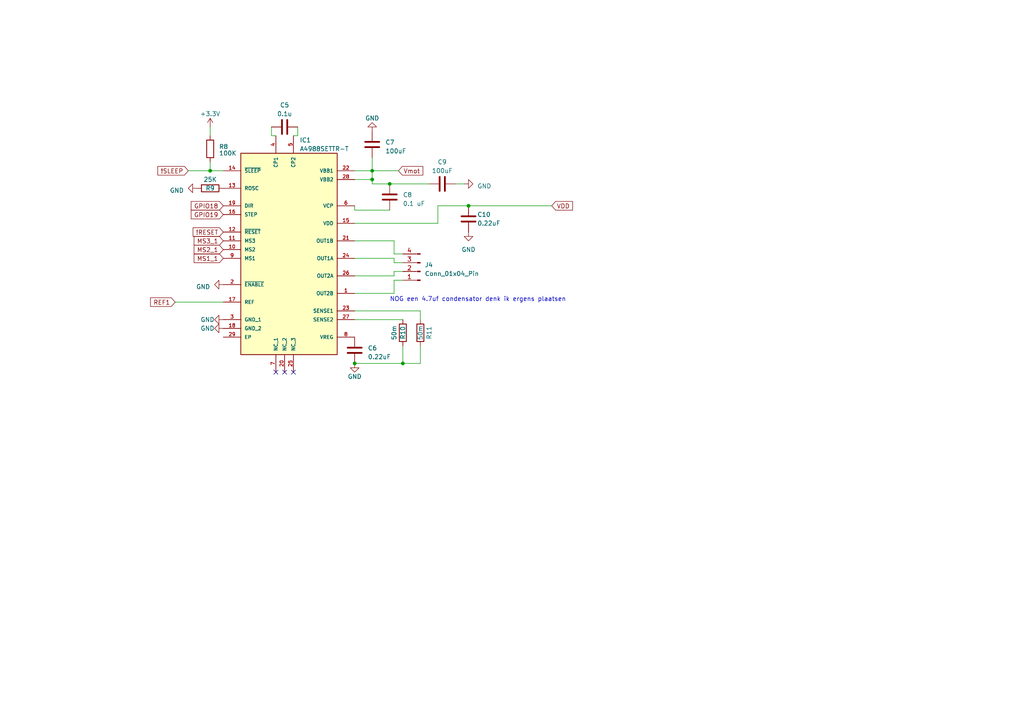
<source format=kicad_sch>
(kicad_sch (version 20230121) (generator eeschema)
  (paper "A4")
  (lib_symbols
    (symbol "A4988SETTR-T_1" (pin_names (offset 1.016))
      (property "Reference" "IC" (at -16.51 30.48 0))
      (property "Value" "A4988SETTR-T" (at -16.51 -33.02 0))
      (symbol "A4988SETTR-T_1_0_0"
        (rectangle (start -15.24 -30.48) (end 12.7 27.94) (stroke (width 0.254)) (fill (type background)))
        (pin bidirectional line (at 17.78 -12.7 180) (length 5.08) (name "OUT2B") (number "1"))
        (pin bidirectional line (at -20.32 0 0) (length 5.08) (name "MS2") (number "10"))
        (pin bidirectional line (at -20.32 2.54 0) (length 5.08) (name "MS3") (number "11"))
        (pin bidirectional line (at -20.32 5.08 0) (length 5.08) (name "~{RESET}") (number "12"))
        (pin bidirectional line (at -20.32 17.78 0) (length 5.08) (name "ROSC") (number "13"))
        (pin bidirectional line (at -20.32 22.86 0) (length 5.08) (name "~{SLEEP}") (number "14"))
        (pin bidirectional line (at 17.78 7.62 180) (length 5.08) (name "VDD") (number "15"))
        (pin bidirectional line (at -20.32 10.16 0) (length 5.08) (name "STEP") (number "16"))
        (pin bidirectional line (at -20.32 -15.24 0) (length 5.08) (name "REF") (number "17"))
        (pin bidirectional line (at -20.32 -22.86 0) (length 5.08) (name "GND_2") (number "18"))
        (pin bidirectional line (at -20.32 12.7 0) (length 5.08) (name "DIR") (number "19"))
        (pin bidirectional line (at -20.32 -10.16 0) (length 5.08) (name "~{ENABLE}") (number "2"))
        (pin bidirectional line (at -2.54 -35.56 90) (length 5.08) (name "NC_2") (number "20"))
        (pin bidirectional line (at 17.78 2.54 180) (length 5.08) (name "OUT1B") (number "21"))
        (pin bidirectional line (at 17.78 22.86 180) (length 5.08) (name "VBB1") (number "22"))
        (pin bidirectional line (at 17.78 -17.78 180) (length 5.08) (name "SENSE1") (number "23"))
        (pin bidirectional line (at 17.78 -2.54 180) (length 5.08) (name "OUT1A") (number "24"))
        (pin bidirectional line (at 0 -35.56 90) (length 5.08) (name "NC_3") (number "25"))
        (pin bidirectional line (at 17.78 -7.62 180) (length 5.08) (name "OUT2A") (number "26"))
        (pin bidirectional line (at 17.78 -20.32 180) (length 5.08) (name "SENSE2") (number "27"))
        (pin bidirectional line (at 17.78 20.32 180) (length 5.08) (name "VBB2") (number "28"))
        (pin bidirectional line (at -20.32 -25.4 0) (length 5.08) (name "EP") (number "29"))
        (pin bidirectional line (at -20.32 -20.32 0) (length 5.08) (name "GND_1") (number "3"))
        (pin bidirectional line (at -5.08 33.02 270) (length 5.08) (name "CP1") (number "4"))
        (pin bidirectional line (at 0 33.02 270) (length 5.08) (name "CP2") (number "5"))
        (pin bidirectional line (at 17.78 12.7 180) (length 5.08) (name "VCP") (number "6"))
        (pin bidirectional line (at -5.08 -35.56 90) (length 5.08) (name "NC_1") (number "7"))
        (pin bidirectional line (at 17.78 -25.4 180) (length 5.08) (name "VREG") (number "8"))
        (pin bidirectional line (at -20.32 -2.54 0) (length 5.08) (name "MS1") (number "9"))
      )
    )
    (symbol "Connector:Conn_01x04_Pin" (pin_names (offset 1.016) hide)
      (property "Reference" "J" (at 0 5.08 0))
      (property "Value" "Conn_01x04_Pin" (at 0 -7.62 0))
      (symbol "Conn_01x04_Pin_1_1"
        (polyline (pts (xy 1.27 -5.08) (xy 0.8636 -5.08)) (stroke (width 0.1524)))
        (polyline (pts (xy 1.27 -2.54) (xy 0.8636 -2.54)) (stroke (width 0.1524)))
        (polyline (pts (xy 1.27 0) (xy 0.8636 0)) (stroke (width 0.1524)))
        (polyline (pts (xy 1.27 2.54) (xy 0.8636 2.54)) (stroke (width 0.1524)))
        (rectangle (start 0.8636 -4.953) (end 0 -5.207) (stroke (width 0.1524)) (fill (type outline)))
        (rectangle (start 0.8636 -2.413) (end 0 -2.667) (stroke (width 0.1524)) (fill (type outline)))
        (rectangle (start 0.8636 0.127) (end 0 -0.127) (stroke (width 0.1524)) (fill (type outline)))
        (rectangle (start 0.8636 2.667) (end 0 2.413) (stroke (width 0.1524)) (fill (type outline)))
        (pin passive line (at 5.08 2.54 180) (length 3.81) (name "Pin_1") (number "1"))
        (pin passive line (at 5.08 0 180) (length 3.81) (name "Pin_2") (number "2"))
        (pin passive line (at 5.08 -2.54 180) (length 3.81) (name "Pin_3") (number "3"))
        (pin passive line (at 5.08 -5.08 180) (length 3.81) (name "Pin_4") (number "4"))
      )
    )
    (symbol "Device:C" (pin_numbers hide) (pin_names (offset 0.254))
      (property "Reference" "C" (at 0.635 2.54 0))
      (property "Value" "C" (at 0.635 -2.54 0))
      (symbol "C_0_1"
        (polyline (pts (xy -2.032 -0.762) (xy 2.032 -0.762)) (stroke (width 0.508)))
        (polyline (pts (xy -2.032 0.762) (xy 2.032 0.762)) (stroke (width 0.508)))
      )
      (symbol "C_1_1"
        (pin passive line (at 0 3.81 270) (length 2.794) (name "~") (number "1"))
        (pin passive line (at 0 -3.81 90) (length 2.794) (name "~") (number "2"))
      )
    )
    (symbol "Device:R" (pin_numbers hide) (pin_names (offset 0))
      (property "Reference" "R" (at 2.032 0 90))
      (property "Value" "R" (at 0 0 90))
      (symbol "R_0_1"
        (rectangle (start -1.016 -2.54) (end 1.016 2.54) (stroke (width 0.254)))
      )
      (symbol "R_1_1"
        (pin passive line (at 0 3.81 270) (length 1.27) (name "~") (number "1"))
        (pin passive line (at 0 -3.81 90) (length 1.27) (name "~") (number "2"))
      )
    )
    (symbol "power:+3.3V" (power) (pin_names (offset 0))
      (property "Value" "+3.3V" (at 0 3.556 0))
      (symbol "+3.3V_0_1"
        (polyline (pts (xy -0.762 1.27) (xy 0 2.54)))
        (polyline (pts (xy 0 0) (xy 0 2.54)))
        (polyline (pts (xy 0 2.54) (xy 0.762 1.27)))
      )
      (symbol "+3.3V_1_1"
        (pin power_in line (at 0 0 90) (length 0) hide (name "+3.3V") (number "1"))
      )
    )
    (symbol "power:GND" (power) (pin_names (offset 0))
      (property "Value" "GND" (at 0 -3.81 0))
      (symbol "GND_0_1"
        (polyline (pts (xy 0 0) (xy 0 -1.27) (xy 1.27 -1.27) (xy 0 -2.54) (xy -1.27 -1.27) (xy 0 -1.27)))
      )
      (symbol "GND_1_1"
        (pin power_in line (at 0 0 270) (length 0) hide (name "GND") (number "1"))
      )
    )
  )
  (junction (at 107.95 49.53))
  (junction (at 116.84 105.41))
  (junction (at 102.87 105.41))
  (junction (at 60.96 49.53))
  (junction (at 107.95 52.07))
  (junction (at 113.03 53.34))
  (junction (at 135.89 59.69))
  (no_connect (at 80.01 107.95))
  (no_connect (at 85.09 107.95))
  (no_connect (at 82.55 107.95))
  (wire (pts (xy 102.87 60.96) (xy 113.03 60.96)))
  (wire (pts (xy 114.3 76.2) (xy 116.84 76.2)))
  (wire (pts (xy 127 64.77) (xy 102.87 64.77)))
  (wire (pts (xy 102.87 85.09) (xy 114.3 85.09)))
  (wire (pts (xy 127 59.69) (xy 135.89 59.69)))
  (wire (pts (xy 60.96 36.83) (xy 60.96 39.37)))
  (wire (pts (xy 107.95 52.07) (xy 107.95 53.34)))
  (wire (pts (xy 102.87 52.07) (xy 107.95 52.07)))
  (wire (pts (xy 127 59.69) (xy 127 64.77)))
  (wire (pts (xy 121.92 92.71) (xy 121.92 90.17)))
  (wire (pts (xy 78.74 39.37) (xy 80.01 39.37)))
  (wire (pts (xy 121.92 100.33) (xy 121.92 105.41)))
  (wire (pts (xy 60.96 46.99) (xy 60.96 49.53)))
  (wire (pts (xy 114.3 78.74) (xy 116.84 78.74)))
  (wire (pts (xy 102.87 60.96) (xy 102.87 59.69)))
  (wire (pts (xy 116.84 105.41) (xy 121.92 105.41)))
  (wire (pts (xy 78.74 39.37) (xy 78.74 36.83)))
  (wire (pts (xy 114.3 85.09) (xy 114.3 81.28)))
  (wire (pts (xy 107.95 49.53) (xy 107.95 52.07)))
  (wire (pts (xy 102.87 80.01) (xy 114.3 80.01)))
  (wire (pts (xy 113.03 53.34) (xy 124.46 53.34)))
  (wire (pts (xy 116.84 92.71) (xy 102.87 92.71)))
  (wire (pts (xy 86.36 39.37) (xy 86.36 36.83)))
  (wire (pts (xy 107.95 49.53) (xy 115.57 49.53)))
  (wire (pts (xy 54.61 49.53) (xy 60.96 49.53)))
  (wire (pts (xy 102.87 49.53) (xy 107.95 49.53)))
  (wire (pts (xy 107.95 45.72) (xy 107.95 49.53)))
  (wire (pts (xy 50.8 87.63) (xy 64.77 87.63)))
  (wire (pts (xy 114.3 80.01) (xy 114.3 78.74)))
  (wire (pts (xy 114.3 81.28) (xy 116.84 81.28)))
  (wire (pts (xy 132.08 53.34) (xy 134.62 53.34)))
  (wire (pts (xy 102.87 69.85) (xy 114.3 69.85)))
  (wire (pts (xy 114.3 74.93) (xy 102.87 74.93)))
  (wire (pts (xy 85.09 39.37) (xy 86.36 39.37)))
  (wire (pts (xy 60.96 49.53) (xy 64.77 49.53)))
  (wire (pts (xy 116.84 105.41) (xy 102.87 105.41)))
  (wire (pts (xy 116.84 100.33) (xy 116.84 105.41)))
  (wire (pts (xy 114.3 73.66) (xy 116.84 73.66)))
  (wire (pts (xy 114.3 69.85) (xy 114.3 73.66)))
  (wire (pts (xy 114.3 76.2) (xy 114.3 74.93)))
  (wire (pts (xy 107.95 53.34) (xy 113.03 53.34)))
  (wire (pts (xy 135.89 59.69) (xy 160.02 59.69)))
  (wire (pts (xy 121.92 90.17) (xy 102.87 90.17)))
  (text "NOG een 4.7uf condensator denk ik ergens plaatsen\n" (at 113.03 87.63 0) (effects (font (size 1.27 1.27)) (justify left bottom)))
  (global_label "GPIO18" (shape input) (at 64.77 59.69 180) (property "Intersheetrefs" "${INTERSHEET_REFS}" (effects hide)))
  (global_label "MS3_1" (shape input) (at 64.77 69.85 180) (property "Intersheetrefs" "${INTERSHEET_REFS}" (effects hide)))
  (global_label "!RESET" (shape input) (at 64.77 67.31 180) (property "Intersheetrefs" "${INTERSHEET_REFS}" (effects hide)))
  (global_label "MS2_1" (shape input) (at 64.77 72.39 180) (property "Intersheetrefs" "${INTERSHEET_REFS}" (effects hide)))
  (global_label "!SLEEP" (shape input) (at 54.61 49.53 180) (property "Intersheetrefs" "${INTERSHEET_REFS}" (effects hide)))
  (global_label "GPIO19" (shape input) (at 64.77 62.23 180) (property "Intersheetrefs" "${INTERSHEET_REFS}" (effects hide)))
  (global_label "MS1_1" (shape input) (at 64.77 74.93 180) (property "Intersheetrefs" "${INTERSHEET_REFS}" (effects hide)))
  (global_label "REF1" (shape input) (at 50.8 87.63 180) (property "Intersheetrefs" "${INTERSHEET_REFS}" (effects hide)))
  (global_label "VDD" (shape input) (at 160.02 59.69 0) (property "Intersheetrefs" "${INTERSHEET_REFS}" (effects hide)))
  (global_label "Vmot" (shape input) (at 115.57 49.53 0) (property "Intersheetrefs" "${INTERSHEET_REFS}" (effects hide)))
  (symbol (lib_id "Device:C") (at 128.27 53.34 90) (unit 1)
    (property "Reference" "C9" (at 128.27 46.99 90))
    (property "Value" "100uF" (at 128.27 49.53 90))
    (instances (project "PCB_evenwicht" (path "" (reference "C9") (unit 1)) (path "" (reference "C9") (unit 1))) (project "a4988" (path "" (reference "C?") (unit 1))))
  )
  (symbol (lib_id "power:GND") (at 134.62 53.34 90) (unit 1)
    (property "Reference" "#PWR036" (effects hide))
    (property "Value" "GND" (at 138.43 53.975 90) (effects (justify right)))
    (instances (project "PCB_evenwicht" (path "" (reference "#PWR036") (unit 1)) (path "" (reference "#PWR036") (unit 1))) (project "a4988" (path "" (reference "#PWR?") (unit 1))))
  )
  (symbol (lib_id "Device:C") (at 135.89 63.5 0) (unit 1)
    (property "Reference" "C10" (at 138.43 62.23 0) (effects (justify left)))
    (property "Value" "0.22uF" (at 138.43 64.77 0) (effects (justify left)))
    (instances (project "PCB_evenwicht" (path "" (reference "C10") (unit 1)) (path "" (reference "C10") (unit 1))) (project "a4988" (path "" (reference "C?") (unit 1))))
  )
  (symbol (lib_id "power:GND") (at 102.87 105.41 0) (unit 1)
    (property "Reference" "#PWR032" (effects hide))
    (property "Value" "GND" (at 102.87 109.22 0))
    (instances (project "PCB_evenwicht" (path "" (reference "#PWR032") (unit 1)) (path "" (reference "#PWR032") (unit 1))) (project "a4988" (path "" (reference "#PWR?") (unit 1))))
  )
  (symbol (lib_id "Connector:Conn_01x04_Pin") (at 121.92 78.74 180) (unit 1)
    (property "Reference" "J4" (at 123.19 76.835 0) (effects (justify right)))
    (property "Value" "Conn_01x04_Pin" (at 123.19 79.375 0) (effects (justify right)))
    (property "Footprint" "Connector_PinHeader_2.54mm:PinHeader_1x04_P2.54mm_Vertical" (effects hide))
  )
  (symbol (lib_id "power:GND") (at 64.77 92.71 270) (unit 1)
    (property "Reference" "#PWR030" (effects hide))
    (property "Value" "GND" (at 62.23 92.71 90) (effects (justify right)))
    (instances (project "PCB_evenwicht" (path "" (reference "#PWR030") (unit 1)) (path "" (reference "#PWR030") (unit 1))) (project "a4988" (path "" (reference "#PWR?") (unit 1))))
  )
  (symbol (lib_id "power:GND") (at 57.15 54.61 270) (unit 1)
    (property "Reference" "#PWR025" (effects hide))
    (property "Value" "GND" (at 53.34 55.245 90) (effects (justify right)))
    (instances (project "PCB_evenwicht" (path "" (reference "#PWR025") (unit 1)) (path "" (reference "#PWR025") (unit 1))) (project "a4988" (path "" (reference "#PWR?") (unit 1))))
  )
  (symbol (lib_id "power:GND") (at 107.95 38.1 180) (unit 1)
    (property "Reference" "#PWR033" (effects hide))
    (property "Value" "GND" (at 107.95 34.29 0))
    (instances (project "PCB_evenwicht" (path "" (reference "#PWR033") (unit 1)) (path "" (reference "#PWR033") (unit 1))) (project "a4988" (path "" (reference "#PWR?") (unit 1))))
  )
  (symbol (lib_id "Device:C") (at 82.55 36.83 270) (unit 1)
    (property "Reference" "C5" (at 82.55 30.48 90))
    (property "Value" "0.1u" (at 82.55 33.02 90))
    (instances (project "PCB_evenwicht" (path "" (reference "C5") (unit 1)) (path "" (reference "C5") (unit 1))) (project "a4988" (path "" (reference "C?") (unit 1))))
  )
  (symbol (lib_id "Device:R") (at 60.96 43.18 180) (unit 1)
    (property "Reference" "R8" (at 63.5 42.545 0) (effects (justify right)))
    (property "Value" "100K" (at 63.5 44.45 0) (effects (justify right)))
    (instances (project "PCB_evenwicht" (path "" (reference "R8") (unit 1)) (path "" (reference "R8") (unit 1))) (project "a4988" (path "" (reference "R?") (unit 1))))
  )
  (symbol (lib_id "Device:C") (at 102.87 101.6 0) (unit 1)
    (property "Reference" "C6" (at 106.68 100.965 0) (effects (justify left)))
    (property "Value" "0.22uF" (at 106.68 103.505 0) (effects (justify left)))
    (instances (project "PCB_evenwicht" (path "" (reference "C6") (unit 1)) (path "" (reference "C6") (unit 1))) (project "a4988" (path "" (reference "C?") (unit 1))))
  )
  (symbol (lib_id "power:GND") (at 64.77 82.55 270) (unit 1)
    (property "Reference" "#PWR029" (effects hide))
    (property "Value" "GND" (at 60.96 83.185 90) (effects (justify right)))
  )
  (symbol (lib_id "Device:R") (at 116.84 96.52 0) (unit 1)
    (property "Reference" "R10" (at 116.84 96.52 90))
    (property "Value" "50m" (at 114.3 96.52 90))
    (instances (project "PCB_evenwicht" (path "" (reference "R10") (unit 1)) (path "" (reference "R10") (unit 1))) (project "a4988" (path "" (reference "R?") (unit 1))))
  )
  (symbol (lib_id "Device:C") (at 113.03 57.15 0) (unit 1)
    (property "Reference" "C8" (at 116.84 56.515 0) (effects (justify left)))
    (property "Value" "0.1 uF" (at 116.84 59.055 0) (effects (justify left)))
    (instances (project "PCB_evenwicht" (path "" (reference "C8") (unit 1)) (path "" (reference "C8") (unit 1))) (project "a4988" (path "" (reference "C?") (unit 1))))
  )
  (symbol (lib_id "Device:C") (at 107.95 41.91 0) (unit 1)
    (property "Reference" "C7" (at 111.76 41.275 0) (effects (justify left)))
    (property "Value" "100uF" (at 111.76 43.815 0) (effects (justify left)))
    (instances (project "PCB_evenwicht" (path "" (reference "C7") (unit 1)) (path "" (reference "C7") (unit 1))) (project "a4988" (path "" (reference "C?") (unit 1))))
  )
  (symbol (lib_id "power:GND") (at 135.89 67.31 0) (unit 1)
    (property "Reference" "#PWR037" (effects hide))
    (property "Value" "GND" (at 135.89 72.39 0))
    (instances (project "PCB_evenwicht" (path "" (reference "#PWR037") (unit 1)) (path "" (reference "#PWR037") (unit 1))) (project "a4988" (path "" (reference "#PWR?") (unit 1))))
  )
  (symbol (lib_id "Device:R") (at 60.96 54.61 90) (unit 1)
    (property "Reference" "R9" (at 60.96 54.61 90))
    (property "Value" "25K" (at 60.96 52.07 90))
    (instances (project "PCB_evenwicht" (path "" (reference "R9") (unit 1)) (path "" (reference "R9") (unit 1))) (project "a4988" (path "" (reference "R?") (unit 1))))
  )
  (symbol (lib_id "power:GND") (at 64.77 95.25 270) (unit 1)
    (property "Reference" "#PWR031" (effects hide))
    (property "Value" "GND" (at 62.23 95.25 90) (effects (justify right)))
    (instances (project "PCB_evenwicht" (path "" (reference "#PWR031") (unit 1)) (path "" (reference "#PWR031") (unit 1))) (project "a4988" (path "" (reference "#PWR?") (unit 1))))
  )
  (symbol (lib_name "A4988SETTR-T_1") (lib_id "A4988SETTR-T:A4988SETTR-T") (at 85.09 72.39 0) (unit 1)
    (property "Reference" "IC1" (at 86.9189 40.64 0) (effects (justify left)))
    (property "Value" "A4988SETTR-T" (at 86.9189 43.18 0) (effects (justify left)))
    (property "Footprint" "A4988:QFN50P500X500X100-29N" (effects hide))
    (property "HEIGHT" "1mm" (effects hide))
    (property "DESCRIPTION" "DMOS Microstepping Driver with Translator  and Overcurrent Protection" (effects hide))
    (property "MANUFACTURER_PART_NUMBER" "A4988SETTR-T" (effects hide))
    (property "MANUFACTURER_NAME" "Allegro Microsystems" (effects hide))
  )
  (symbol (lib_id "Device:R") (at 121.92 96.52 0) (unit 1)
    (property "Reference" "R11" (at 124.46 96.52 90))
    (property "Value" "50m" (at 121.92 96.52 90))
    (instances (project "PCB_evenwicht" (path "" (reference "R11") (unit 1)) (path "" (reference "R11") (unit 1))) (project "a4988" (path "" (reference "R?") (unit 1))))
  )
  (symbol (lib_id "power:+3.3V") (at 60.96 36.83 0) (unit 1)
    (property "Reference" "#PWR028" (effects hide))
    (property "Value" "+3.3V" (at 60.96 33.02 0))
  )
)
</source>
